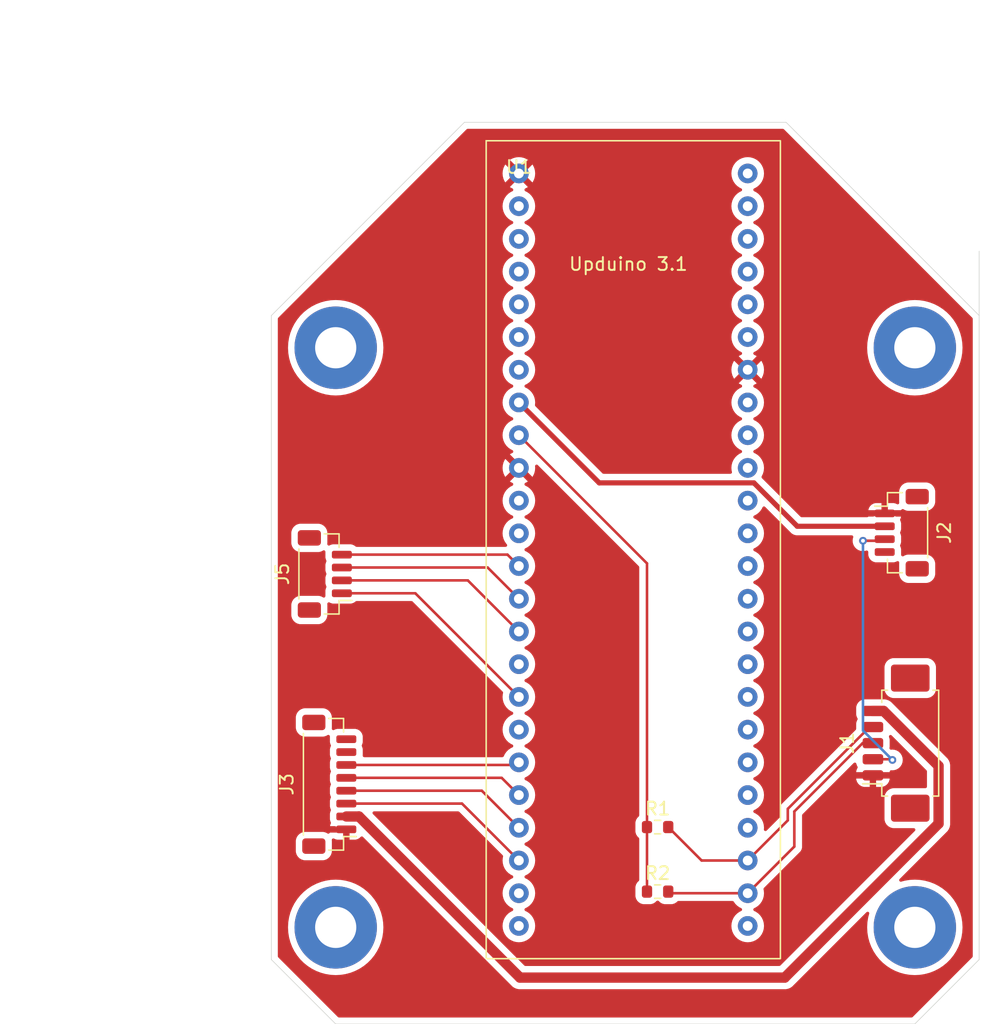
<source format=kicad_pcb>
(kicad_pcb (version 20240108) (generator "pcbnew") (generator_version "8.0")
  (layers (0 "F.Cu" signal) (31 "B.Cu" signal) (34 "B.Paste" user) (35 "F.Paste" user) (36 "B.SilkS" user "B.Silkscreen") (37 "F.SilkS" user "F.Silkscreen") (38 "B.Mask" user) (39 "F.Mask" user) (44 "Edge.Cuts" user))
  (net 0 "")
  (net 1 "GND")
  (net 2 "Net-(J1-Pin_3)")
  (net 3 "Net-(J1-Pin_2)")
  (net 4 "+BATT")
  (net 5 "Net-(J1-Pin_4)")
  (net 6 "+5V")
  (net 9 "Net-(J3-Pin_3)")
  (net 10 "Net-(J3-Pin_4)")
  (net 11 "Net-(J3-Pin_6)")
  (net 12 "Net-(J3-Pin_5)")
  (net 13 "Net-(J5-Pin_1)")
  (net 14 "Net-(J5-Pin_3)")
  (net 15 "Net-(J5-Pin_4)")
  (net 16 "Net-(J5-Pin_2)")
  (net 17 "+3.3V")
  (footprint "Connector_JST:JST_SH_BM08B-SRSS-TB_1x08-1MP_P1.00mm_Vertical" (layer "F.Cu") (at 99.501 81.391 90)
    (property "Reference" "J3" (at 0 -3.3 90) (layer "F.SilkS"))
    (property "Value" "VBAT_and_motors_1-4_in")
    (fp_line (start -3.94 -2.01) (end 3.94 -2.01) (stroke (width 0.12)) (layer "F.SilkS"))
    (fp_line (start 5.11 -0.04) (end 5.11 1.11) (stroke (width 0.12)) (layer "F.SilkS"))
    (fp_line (start -5.11 -0.04) (end -5.11 1.11) (stroke (width 0.12)) (layer "F.SilkS"))
    (fp_line (start 5.11 1.11) (end 4.06 1.11) (stroke (width 0.12)) (layer "F.SilkS"))
    (fp_line (start -4.06 1.11) (end -4.06 2.1) (stroke (width 0.12)) (layer "F.SilkS"))
    (fp_line (start -5.11 1.11) (end -4.06 1.11) (stroke (width 0.12)) (layer "F.SilkS"))
    (pad "1" smd roundrect (at -3.5 1.325 90) (size 0.6 1.55) (layers "F.Cu" "F.Paste" "F.Mask") (net 1 "GND"))
    (pad "2" smd roundrect (at -2.5 1.325 90) (size 0.6 1.55) (layers "F.Cu" "F.Paste" "F.Mask") (net 4 "+BATT"))
    (pad "3" smd roundrect (at -1.5 1.325 90) (size 0.6 1.55) (layers "F.Cu" "F.Paste" "F.Mask") (net 9 "Net-(J3-Pin_3)"))
    (pad "4" smd roundrect (at -0.5 1.325 90) (size 0.6 1.55) (layers "F.Cu" "F.Paste" "F.Mask") (net 10 "Net-(J3-Pin_4)"))
    (pad "5" smd roundrect (at 0.5 1.325 90) (size 0.6 1.55) (layers "F.Cu" "F.Paste" "F.Mask") (net 12 "Net-(J3-Pin_5)"))
    (pad "6" smd roundrect (at 1.5 1.325 90) (size 0.6 1.55) (layers "F.Cu" "F.Paste" "F.Mask") (net 11 "Net-(J3-Pin_6)"))
    (pad "7" smd roundrect (at 2.5 1.325 90) (size 0.6 1.55) (layers "F.Cu" "F.Paste" "F.Mask"))
    (pad "8" smd roundrect (at 3.5 1.325 90) (size 0.6 1.55) (layers "F.Cu" "F.Paste" "F.Mask"))
    (pad "MP" smd roundrect (at -4.8 -1.2 90) (size 1.2 1.8) (layers "F.Cu" "F.Paste" "F.Mask") (roundrect_rratio 0.208333))
    (pad "MP" smd roundrect (at 4.8 -1.2 90) (size 1.2 1.8) (layers "F.Cu" "F.Paste" "F.Mask") (roundrect_rratio 0.208333))
  )
  (footprint "Upduino_Footprints:Upduino 3.1" (layer "F.Cu") (at 114.233 33.969)
    (property "Reference" "U1" (at 0 -0.5 0) (layer "F.SilkS"))
    (property "Value" "~")
    (fp_rect (start -2.54 -2.54) (end 20.32 60.96) (stroke (width 0.12)) (fill none) (layer "F.SilkS"))
    (fp_text user "Upduino 3.1" (at 3.81 7.62 0) (layer "F.SilkS") (effects (justify left bottom)))
    (pad "1" thru_hole circle (at 0 0) (size 1.524 1.524) (drill 0.762) (layers "*.Cu" "*.Mask") (net 1 "GND"))
    (pad "2" thru_hole circle (at 0 2.54) (size 1.524 1.524) (drill 0.762) (layers "*.Cu" "*.Mask"))
    (pad "3" thru_hole circle (at 0 5.08) (size 1.524 1.524) (drill 0.762) (layers "*.Cu" "*.Mask"))
    (pad "4" thru_hole circle (at 0 7.62) (size 1.524 1.524) (drill 0.762) (layers "*.Cu" "*.Mask"))
    (pad "5" thru_hole circle (at 0 10.16) (size 1.524 1.524) (drill 0.762) (layers "*.Cu" "*.Mask"))
    (pad "6" thru_hole circle (at 0 12.7) (size 1.524 1.524) (drill 0.762) (layers "*.Cu" "*.Mask"))
    (pad "7" thru_hole circle (at 0 15.24) (size 1.524 1.524) (drill 0.762) (layers "*.Cu" "*.Mask"))
    (pad "8" thru_hole circle (at 0 17.78) (size 1.524 1.524) (drill 0.762) (layers "*.Cu" "*.Mask") (net 6 "+5V"))
    (pad "9" thru_hole circle (at 0 20.32) (size 1.524 1.524) (drill 0.762) (layers "*.Cu" "*.Mask") (net 17 "+3.3V"))
    (pad "10" thru_hole circle (at 0 22.86) (size 1.524 1.524) (drill 0.762) (layers "*.Cu" "*.Mask") (net 1 "GND"))
    (pad "11" thru_hole circle (at 0 25.4) (size 1.524 1.524) (drill 0.762) (layers "*.Cu" "*.Mask"))
    (pad "12" thru_hole circle (at 0 27.94) (size 1.524 1.524) (drill 0.762) (layers "*.Cu" "*.Mask"))
    (pad "13" thru_hole circle (at 0 30.48) (size 1.524 1.524) (drill 0.762) (layers "*.Cu" "*.Mask") (net 15 "Net-(J5-Pin_4)"))
    (pad "14" thru_hole circle (at 0 33.02) (size 1.524 1.524) (drill 0.762) (layers "*.Cu" "*.Mask") (net 14 "Net-(J5-Pin_3)"))
    (pad "15" thru_hole circle (at 0 35.56) (size 1.524 1.524) (drill 0.762) (layers "*.Cu" "*.Mask") (net 16 "Net-(J5-Pin_2)"))
    (pad "16" thru_hole circle (at 0 38.1) (size 1.524 1.524) (drill 0.762) (layers "*.Cu" "*.Mask"))
    (pad "17" thru_hole circle (at 0 40.64) (size 1.524 1.524) (drill 0.762) (layers "*.Cu" "*.Mask") (net 13 "Net-(J5-Pin_1)"))
    (pad "18" thru_hole circle (at 0 43.18) (size 1.524 1.524) (drill 0.762) (layers "*.Cu" "*.Mask"))
    (pad "19" thru_hole circle (at 0 45.72) (size 1.524 1.524) (drill 0.762) (layers "*.Cu" "*.Mask") (net 11 "Net-(J3-Pin_6)"))
    (pad "20" thru_hole circle (at 0 48.26) (size 1.524 1.524) (drill 0.762) (layers "*.Cu" "*.Mask") (net 12 "Net-(J3-Pin_5)"))
    (pad "21" thru_hole circle (at 0 50.8) (size 1.524 1.524) (drill 0.762) (layers "*.Cu" "*.Mask") (net 10 "Net-(J3-Pin_4)"))
    (pad "22" thru_hole circle (at 0 53.34) (size 1.524 1.524) (drill 0.762) (layers "*.Cu" "*.Mask") (net 9 "Net-(J3-Pin_3)"))
    (pad "23" thru_hole circle (at 0 55.88) (size 1.524 1.524) (drill 0.762) (layers "*.Cu" "*.Mask"))
    (pad "24" thru_hole circle (at 0 58.42) (size 1.524 1.524) (drill 0.762) (layers "*.Cu" "*.Mask"))
    (pad "25" thru_hole circle (at 17.78 58.42) (size 1.524 1.524) (drill 0.762) (layers "*.Cu" "*.Mask"))
    (pad "26" thru_hole circle (at 17.78 55.88) (size 1.524 1.524) (drill 0.762) (layers "*.Cu" "*.Mask") (net 2 "Net-(J1-Pin_3)"))
    (pad "27" thru_hole circle (at 17.78 53.34) (size 1.524 1.524) (drill 0.762) (layers "*.Cu" "*.Mask") (net 5 "Net-(J1-Pin_4)"))
    (pad "28" thru_hole circle (at 17.78 50.8) (size 1.524 1.524) (drill 0.762) (layers "*.Cu" "*.Mask"))
    (pad "29" thru_hole circle (at 17.78 48.26) (size 1.524 1.524) (drill 0.762) (layers "*.Cu" "*.Mask"))
    (pad "30" thru_hole circle (at 17.78 45.72) (size 1.524 1.524) (drill 0.762) (layers "*.Cu" "*.Mask"))
    (pad "31" thru_hole circle (at 17.78 43.18) (size 1.524 1.524) (drill 0.762) (layers "*.Cu" "*.Mask"))
    (pad "32" thru_hole circle (at 17.78 40.64) (size 1.524 1.524) (drill 0.762) (layers "*.Cu" "*.Mask"))
    (pad "33" thru_hole circle (at 17.78 38.1) (size 1.524 1.524) (drill 0.762) (layers "*.Cu" "*.Mask"))
    (pad "34" thru_hole circle (at 17.78 35.56) (size 1.524 1.524) (drill 0.762) (layers "*.Cu" "*.Mask"))
    (pad "35" thru_hole circle (at 17.78 33.02) (size 1.524 1.524) (drill 0.762) (layers "*.Cu" "*.Mask"))
    (pad "36" thru_hole circle (at 17.78 30.48) (size 1.524 1.524) (drill 0.762) (layers "*.Cu" "*.Mask"))
    (pad "37" thru_hole circle (at 17.78 27.94) (size 1.524 1.524) (drill 0.762) (layers "*.Cu" "*.Mask"))
    (pad "38" thru_hole circle (at 17.78 25.4) (size 1.524 1.524) (drill 0.762) (layers "*.Cu" "*.Mask"))
    (pad "39" thru_hole circle (at 17.78 22.86) (size 1.524 1.524) (drill 0.762) (layers "*.Cu" "*.Mask"))
    (pad "40" thru_hole circle (at 17.78 20.32) (size 1.524 1.524) (drill 0.762) (layers "*.Cu" "*.Mask"))
    (pad "41" thru_hole circle (at 17.78 17.78) (size 1.524 1.524) (drill 0.762) (layers "*.Cu" "*.Mask"))
    (pad "42" thru_hole circle (at 17.78 15.24) (size 1.524 1.524) (drill 0.762) (layers "*.Cu" "*.Mask") (net 1 "GND"))
    (pad "43" thru_hole circle (at 17.78 12.7) (size 1.524 1.524) (drill 0.762) (layers "*.Cu" "*.Mask"))
    (pad "44" thru_hole circle (at 17.78 10.16) (size 1.524 1.524) (drill 0.762) (layers "*.Cu" "*.Mask"))
    (pad "45" thru_hole circle (at 17.78 7.62) (size 1.524 1.524) (drill 0.762) (layers "*.Cu" "*.Mask"))
    (pad "46" thru_hole circle (at 17.78 5.08) (size 1.524 1.524) (drill 0.762) (layers "*.Cu" "*.Mask"))
    (pad "47" thru_hole circle (at 17.78 2.54) (size 1.524 1.524) (drill 0.762) (layers "*.Cu" "*.Mask"))
    (pad "48" thru_hole circle (at 17.78 0) (size 1.524 1.524) (drill 0.762) (layers "*.Cu" "*.Mask"))
  )
  (footprint "MountingHole:MountingHole_3.2mm_M3_Pad" (layer "F.Cu") (at 145 92.5)
    (property "Reference" "H4" (hide yes))
    (property "Value" "MountingHole")
    (pad "1" thru_hole circle (at 0 0) (size 6.4 6.4) (drill 3.2) (layers "*.Cu" "*.Mask"))
  )
  (footprint "Connector_JST:JST_SH_BM04B-SRSS-TB_1x04-1MP_P1.00mm_Vertical" (layer "F.Cu") (at 99.152 65.062 90)
    (property "Reference" "J5" (at 0 -3.3 90) (layer "F.SilkS"))
    (property "Value" "Motors_5-8_in")
    (fp_line (start -1.94 -2.01) (end 1.94 -2.01) (stroke (width 0.12)) (layer "F.SilkS"))
    (fp_line (start 3.11 -0.04) (end 3.11 1.11) (stroke (width 0.12)) (layer "F.SilkS"))
    (fp_line (start -3.11 -0.04) (end -3.11 1.11) (stroke (width 0.12)) (layer "F.SilkS"))
    (fp_line (start 3.11 1.11) (end 2.06 1.11) (stroke (width 0.12)) (layer "F.SilkS"))
    (fp_line (start -2.06 1.11) (end -2.06 2.1) (stroke (width 0.12)) (layer "F.SilkS"))
    (fp_line (start -3.11 1.11) (end -2.06 1.11) (stroke (width 0.12)) (layer "F.SilkS"))
    (pad "1" smd roundrect (at -1.5 1.325 90) (size 0.6 1.55) (layers "F.Cu" "F.Paste" "F.Mask") (net 13 "Net-(J5-Pin_1)"))
    (pad "2" smd roundrect (at -0.5 1.325 90) (size 0.6 1.55) (layers "F.Cu" "F.Paste" "F.Mask") (net 16 "Net-(J5-Pin_2)"))
    (pad "3" smd roundrect (at 0.5 1.325 90) (size 0.6 1.55) (layers "F.Cu" "F.Paste" "F.Mask") (net 14 "Net-(J5-Pin_3)"))
    (pad "4" smd roundrect (at 1.5 1.325 90) (size 0.6 1.55) (layers "F.Cu" "F.Paste" "F.Mask") (net 15 "Net-(J5-Pin_4)"))
    (pad "MP" smd roundrect (at -2.8 -1.2 90) (size 1.2 1.8) (layers "F.Cu" "F.Paste" "F.Mask") (roundrect_rratio 0.208333))
    (pad "MP" smd roundrect (at 2.8 -1.2 90) (size 1.2 1.8) (layers "F.Cu" "F.Paste" "F.Mask") (roundrect_rratio 0.208333))
  )
  (footprint "MountingHole:MountingHole_3.2mm_M3_Pad" (layer "F.Cu") (at 100 92.5)
    (property "Reference" "H2" (hide yes))
    (property "Value" "MountingHole")
    (pad "1" thru_hole circle (at 0 0) (size 6.4 6.4) (drill 3.2) (layers "*.Cu" "*.Mask"))
  )
  (footprint "MountingHole:MountingHole_3.2mm_M3_Pad" (layer "F.Cu") (at 145 47.5)
    (property "Reference" "H3" (hide yes))
    (property "Value" "MountingHole")
    (pad "1" thru_hole circle (at 0 0) (size 6.4 6.4) (drill 3.2) (layers "*.Cu" "*.Mask"))
  )
  (footprint "Connector_JST:JST_SH_BM04B-SRSS-TB_1x04-1MP_P1.00mm_Vertical" (layer "F.Cu") (at 143.983 61.86 -90)
    (property "Reference" "J2" (at 0 -3.3 90) (layer "F.SilkS"))
    (property "Value" "5V and Buzzer In")
    (fp_line (start -3.11 1.11) (end -2.06 1.11) (stroke (width 0.12)) (layer "F.SilkS"))
    (fp_line (start -2.06 1.11) (end -2.06 2.1) (stroke (width 0.12)) (layer "F.SilkS"))
    (fp_line (start 3.11 1.11) (end 2.06 1.11) (stroke (width 0.12)) (layer "F.SilkS"))
    (fp_line (start -3.11 -0.04) (end -3.11 1.11) (stroke (width 0.12)) (layer "F.SilkS"))
    (fp_line (start 3.11 -0.04) (end 3.11 1.11) (stroke (width 0.12)) (layer "F.SilkS"))
    (fp_line (start -1.94 -2.01) (end 1.94 -2.01) (stroke (width 0.12)) (layer "F.SilkS"))
    (pad "1" smd roundrect (at -1.5 1.325 270) (size 0.6 1.55) (layers "F.Cu" "F.Paste" "F.Mask") (net 1 "GND"))
    (pad "2" smd roundrect (at -0.5 1.325 270) (size 0.6 1.55) (layers "F.Cu" "F.Paste" "F.Mask") (net 6 "+5V"))
    (pad "3" smd roundrect (at 0.5 1.325 270) (size 0.6 1.55) (layers "F.Cu" "F.Paste" "F.Mask") (net 3 "Net-(J1-Pin_2)"))
    (pad "4" smd roundrect (at 1.5 1.325 270) (size 0.6 1.55) (layers "F.Cu" "F.Paste" "F.Mask"))
    (pad "MP" smd roundrect (at -2.8 -1.2 270) (size 1.2 1.8) (layers "F.Cu" "F.Paste" "F.Mask") (roundrect_rratio 0.208333))
    (pad "MP" smd roundrect (at 2.8 -1.2 270) (size 1.2 1.8) (layers "F.Cu" "F.Paste" "F.Mask") (roundrect_rratio 0.208333))
  )
  (footprint "Connector_Molex:Molex_PicoBlade_53261-0571_1x05-1MP_P1.25mm_Horizontal" (layer "F.Cu") (at 144.143 78.197 90)
    (property "Reference" "J1" (at 0 -4.4 90) (layer "F.SilkS"))
    (property "Value" "ESC_OUT")
    (fp_line (start 4.11 -1.71) (end 3.16 -1.71) (stroke (width 0.12)) (layer "F.SilkS"))
    (fp_line (start -3.16 -1.71) (end -3.16 -3.2) (stroke (width 0.12)) (layer "F.SilkS"))
    (fp_line (start -4.11 -1.71) (end -3.16 -1.71) (stroke (width 0.12)) (layer "F.SilkS"))
    (fp_line (start 4.11 -1.26) (end 4.11 -1.71) (stroke (width 0.12)) (layer "F.SilkS"))
    (fp_line (start -4.11 -1.26) (end -4.11 -1.71) (stroke (width 0.12)) (layer "F.SilkS"))
    (fp_line (start -4.11 2.26) (end -4.11 2.71) (stroke (width 0.12)) (layer "F.SilkS"))
    (fp_line (start 4.11 2.71) (end 4.11 2.26) (stroke (width 0.12)) (layer "F.SilkS"))
    (fp_line (start -4.11 2.71) (end 4.11 2.71) (stroke (width 0.12)) (layer "F.SilkS"))
    (pad "1" smd roundrect (at -2.5 -2.4 90) (size 0.8 1.6) (layers "F.Cu" "F.Paste" "F.Mask") (net 1 "GND"))
    (pad "2" smd roundrect (at -1.25 -2.4 90) (size 0.8 1.6) (layers "F.Cu" "F.Paste" "F.Mask") (net 3 "Net-(J1-Pin_2)"))
    (pad "3" smd roundrect (at 0 -2.4 90) (size 0.8 1.6) (layers "F.Cu" "F.Paste" "F.Mask") (net 2 "Net-(J1-Pin_3)"))
    (pad "4" smd roundrect (at 1.25 -2.4 90) (size 0.8 1.6) (layers "F.Cu" "F.Paste" "F.Mask") (net 5 "Net-(J1-Pin_4)"))
    (pad "5" smd roundrect (at 2.5 -2.4 90) (size 0.8 1.6) (layers "F.Cu" "F.Paste" "F.Mask") (net 4 "+BATT"))
    (pad "MP" smd roundrect (at -5.05 0.5 90) (size 2.1 3) (layers "F.Cu" "F.Paste" "F.Mask") (roundrect_rratio 0.119048))
    (pad "MP" smd roundrect (at 5.05 0.5 90) (size 2.1 3) (layers "F.Cu" "F.Paste" "F.Mask") (roundrect_rratio 0.119048))
  )
  (footprint "Resistor_SMD:R_0603_1608Metric" (layer "F.Cu") (at 125.013 84.715)
    (property "Reference" "R1" (at 0 -1.43 0) (layer "F.SilkS"))
    (property "Value" "4k7")
    (fp_line (start -0.237258 -0.5225) (end 0.237258 -0.5225) (stroke (width 0.12)) (layer "F.SilkS"))
    (fp_line (start -0.237258 0.5225) (end 0.237258 0.5225) (stroke (width 0.12)) (layer "F.SilkS"))
    (pad "1" smd roundrect (at -0.825 0) (size 0.8 0.95) (layers "F.Cu" "F.Paste" "F.Mask") (net 17 "+3.3V"))
    (pad "2" smd roundrect (at 0.825 0) (size 0.8 0.95) (layers "F.Cu" "F.Paste" "F.Mask") (net 5 "Net-(J1-Pin_4)"))
  )
  (footprint "MountingHole:MountingHole_3.2mm_M3_Pad" (layer "F.Cu") (at 100 47.5)
    (property "Reference" "H1" (hide yes))
    (property "Value" "MountingHole")
    (pad "1" thru_hole circle (at 0 0) (size 6.4 6.4) (drill 3.2) (layers "*.Cu" "*.Mask"))
  )
  (footprint "Resistor_SMD:R_0603_1608Metric" (layer "F.Cu") (at 125.013 89.725)
    (property "Reference" "R2" (at 0 -1.43 0) (layer "F.SilkS"))
    (property "Value" "4k7")
    (fp_line (start -0.237258 -0.5225) (end 0.237258 -0.5225) (stroke (width 0.12)) (layer "F.SilkS"))
    (fp_line (start -0.237258 0.5225) (end 0.237258 0.5225) (stroke (width 0.12)) (layer "F.SilkS"))
    (pad "1" smd roundrect (at -0.825 0) (size 0.8 0.95) (layers "F.Cu" "F.Paste" "F.Mask") (net 17 "+3.3V"))
    (pad "2" smd roundrect (at 0.825 0) (size 0.8 0.95) (layers "F.Cu" "F.Paste" "F.Mask") (net 2 "Net-(J1-Pin_3)"))
  )
  (gr_line (start 95 45) (end 95 95) (stroke (width 0.05)) (layer "Edge.Cuts"))
  (gr_line (start 95 95) (end 100 100) (stroke (width 0.05)) (layer "Edge.Cuts"))
  (gr_line (start 150 45) (end 135 30) (stroke (width 0.05)) (layer "Edge.Cuts"))
  (gr_line (start 145 100) (end 150 95) (stroke (width 0.05)) (layer "Edge.Cuts"))
  (gr_line (start 150 95) (end 150 40) (stroke (width 0.05)) (layer "Edge.Cuts"))
  (gr_line (start 135 30) (end 115 30) (stroke (width 0.05)) (layer "Edge.Cuts"))
  (gr_line (start 100 100) (end 145 100) (stroke (width 0.05)) (layer "Edge.Cuts"))
  (gr_line (start 110 30) (end 95 45) (stroke (width 0.05)) (layer "Edge.Cuts"))
  (gr_line (start 115 30) (end 110 30) (stroke (width 0.05)) (layer "Edge.Cuts"))
  (segment (start 135.636 83.504) (end 135.636 86.226) (width 0.2) (layer "F.Cu") (net 2))
  (segment (start 140.943 78.197) (end 135.636 83.504) (width 0.2) (layer "F.Cu") (net 2))
  (segment (start 141.743 78.197) (end 140.943 78.197) (width 0.2) (layer "F.Cu") (net 2))
  (segment (start 135.636 86.226) (end 132.013 89.849) (width 0.2) (layer "F.Cu") (net 2))
  (segment (start 125.962 89.849) (end 125.838 89.725) (width 0.2) (layer "F.Cu") (net 2))
  (segment (start 132.013 89.849) (end 125.962 89.849) (width 0.2) (layer "F.Cu") (net 2))
  (segment (start 143.201 79.447) (end 143.256 79.502) (width 0.2) (layer "F.Cu") (net 3))
  (segment (start 142.534 62.484) (end 142.658 62.36) (width 0.2) (layer "F.Cu") (net 3))
  (segment (start 141.743 79.447) (end 143.201 79.447) (width 0.2) (layer "F.Cu") (net 3))
  (segment (start 140.97 62.484) (end 142.534 62.484) (width 0.2) (layer "F.Cu") (net 3))
  (via (at 140.97 62.484) (size 0.6) (drill 0.3) (layers "F.Cu" "B.Cu") (net 3))
  (via (at 143.256 79.502) (size 0.6) (drill 0.3) (layers "F.Cu" "B.Cu") (net 3))
  (segment (start 140.97 77.216) (end 143.256 79.502) (width 0.2) (layer "B.Cu") (net 3))
  (segment (start 140.97 62.484) (end 140.97 77.216) (width 0.2) (layer "B.Cu") (net 3))
  (segment (start 114.316238 96.4) (end 101.807238 83.891) (width 0.8) (layer "F.Cu") (net 4))
  (segment (start 134.89043 96.4) (end 114.316238 96.4) (width 0.8) (layer "F.Cu") (net 4))
  (segment (start 141.743 75.697) (end 142.571334 75.697) (width 0.8) (layer "F.Cu") (net 4))
  (segment (start 146.843 79.968666) (end 146.843 84.44743) (width 0.8) (layer "F.Cu") (net 4))
  (segment (start 142.571334 75.697) (end 146.843 79.968666) (width 0.8) (layer "F.Cu") (net 4))
  (segment (start 146.843 84.44743) (end 134.89043 96.4) (width 0.8) (layer "F.Cu") (net 4))
  (segment (start 101.807238 83.891) (end 100.826 83.891) (width 0.8) (layer "F.Cu") (net 4))
  (segment (start 141.480352 76.947) (end 135.128 83.299352) (width 0.2) (layer "F.Cu") (net 5))
  (segment (start 135.128 83.299352) (end 135.128 84.194) (width 0.2) (layer "F.Cu") (net 5))
  (segment (start 128.432 87.309) (end 125.838 84.715) (width 0.2) (layer "F.Cu") (net 5))
  (segment (start 141.743 76.947) (end 141.480352 76.947) (width 0.2) (layer "F.Cu") (net 5))
  (segment (start 132.013 87.309) (end 128.432 87.309) (width 0.2) (layer "F.Cu") (net 5))
  (segment (start 135.128 84.194) (end 132.013 87.309) (width 0.2) (layer "F.Cu") (net 5))
  (segment (start 135.863317 61.36) (end 132.494317 57.991) (width 0.4) (layer "F.Cu") (net 6))
  (segment (start 132.494317 57.991) (end 120.475 57.991) (width 0.4) (layer "F.Cu") (net 6))
  (segment (start 120.475 57.991) (end 114.233 51.749) (width 0.4) (layer "F.Cu") (net 6))
  (segment (start 142.658 61.36) (end 135.863317 61.36) (width 0.4) (layer "F.Cu") (net 6))
  (segment (start 100.826 82.891) (end 109.815 82.891) (width 0.2) (layer "F.Cu") (net 9))
  (segment (start 109.815 82.891) (end 114.233 87.309) (width 0.2) (layer "F.Cu") (net 9))
  (segment (start 100.826 81.891) (end 111.355 81.891) (width 0.2) (layer "F.Cu") (net 10))
  (segment (start 111.355 81.891) (end 114.233 84.769) (width 0.2) (layer "F.Cu") (net 10))
  (segment (start 100.826 79.891) (end 114.031 79.891) (width 0.2) (layer "F.Cu") (net 11))
  (segment (start 114.031 79.891) (end 114.233 79.689) (width 0.2) (layer "F.Cu") (net 11))
  (segment (start 100.826 80.891) (end 112.895 80.891) (width 0.2) (layer "F.Cu") (net 12))
  (segment (start 112.895 80.891) (end 114.233 82.229) (width 0.2) (layer "F.Cu") (net 12))
  (segment (start 106.186 66.562) (end 114.233 74.609) (width 0.2) (layer "F.Cu") (net 13))
  (segment (start 100.477 66.562) (end 106.186 66.562) (width 0.2) (layer "F.Cu") (net 13))
  (segment (start 100.477 64.562) (end 111.806 64.562) (width 0.2) (layer "F.Cu") (net 14))
  (segment (start 111.806 64.562) (end 114.233 66.989) (width 0.2) (layer "F.Cu") (net 14))
  (segment (start 100.477 63.562) (end 113.346 63.562) (width 0.2) (layer "F.Cu") (net 15))
  (segment (start 113.346 63.562) (end 114.233 64.449) (width 0.2) (layer "F.Cu") (net 15))
  (segment (start 110.266 65.562) (end 114.233 69.529) (width 0.2) (layer "F.Cu") (net 16))
  (segment (start 100.477 65.562) (end 110.266 65.562) (width 0.2) (layer "F.Cu") (net 16))
  (segment (start 124.188 89.725) (end 124.188 84.715) (width 0.2) (layer "F.Cu") (net 17))
  (segment (start 124.188 84.715) (end 124.188 64.244) (width 0.2) (layer "F.Cu") (net 17))
  (segment (start 124.188 64.244) (end 114.233 54.289) (width 0.2) (layer "F.Cu") (net 17))
  (zone (net 1) (net_name "GND") (layer "F.Cu") (connect_pads (clearance 0.5)) (min_thickness 0.25) (fill yes (thermal_gap 0.5) (thermal_bridge_width 0.5))
    (polygon (pts (xy 95 30) (xy 150 30) (xy 150 100) (xy 95 100) (xy 95 30)))
  )
)
</source>
